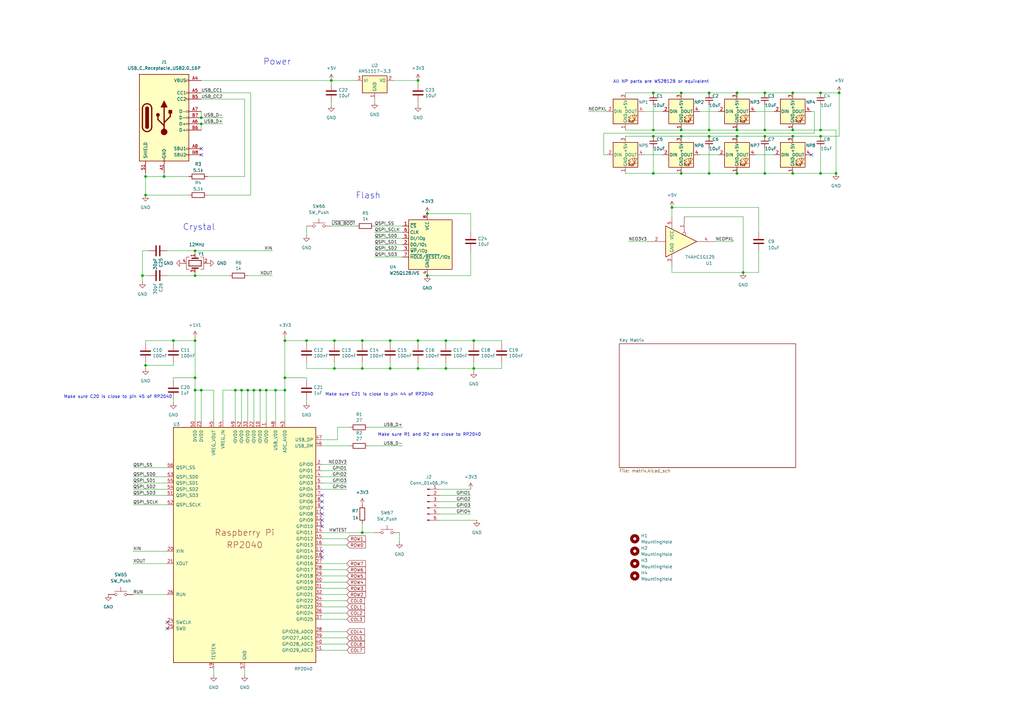
<source format=kicad_sch>
(kicad_sch (version 20250114) (generator "eeschema") (generator_version "9.0")
  (paper "A3")
  (title_block (title "KnH0F MacroPaw Beatboxer") (date "2025-04-20") (rev "v0.1.0") (company "© 2025 kodachi 6•14, llc // SPDX-License-Identifier: CERN-OHL-S-2.0") (comment 1 "Open Source Hardware, CERN OHL 2.0: https://ohwr.org/cern_ohl_s_v2.txt") (comment 2 "and TJ Horner's RP2040 business card https://github.com/tjhorner/bizcard") (comment 3 "https://datasheets.raspberrypi.com/rp2040/hardware-design-with-rp2040.pdf") (comment 4 "With grateful thanks to \"Hardware Design with RP2040\""))
  (text "Crystal" (at 74.93 94.742 0) (effects (font (size 2.54 2.54)) (justify left bottom)))
  (text "Make sure R1 and R2 are close to RP2040" (at 154.94 179.07 0) (effects (font (size 1.27 1.27)) (justify left bottom)))
  (text "Make sure C21 is close to pin 44 of RP2040" (at 133.35 162.56 0) (effects (font (size 1.27 1.27)) (justify left bottom)))
  (text "All NP parts are WS2812B or equivalent" (at 251.46 34.29 0) (effects (font (size 1.27 1.27)) (justify left bottom)))
  (text "Make sure C20 is close to pin 45 of RP2040" (at 26.162 163.576 0) (effects (font (size 1.27 1.27)) (justify left bottom)))
  (text "Flash" (at 145.796 81.788 0) (effects (font (size 2.54 2.54)) (justify left bottom)))
  (text "Power" (at 107.95 26.924 0) (effects (font (size 2.54 2.54)) (justify left bottom)))
  (junction (at 80.01 160.02))
  (junction (at 148.59 151.13))
  (junction (at 59.69 80.01))
  (junction (at 313.69 71.12))
  (junction (at 175.26 87.63))
  (junction (at 325.12 53.34))
  (junction (at 302.26 38.1))
  (junction (at 194.31 151.13))
  (junction (at 279.4 38.1))
  (junction (at 325.12 38.1))
  (junction (at 58.42 113.03))
  (junction (at 279.4 71.12))
  (junction (at 267.97 71.12))
  (junction (at 267.97 38.1))
  (junction (at 137.16 139.7))
  (junction (at 175.26 113.03))
  (junction (at 182.88 139.7))
  (junction (at 279.4 53.34))
  (junction (at 194.31 139.7))
  (junction (at 116.84 139.7))
  (junction (at 109.22 160.02))
  (junction (at 82.55 48.26))
  (junction (at 160.02 151.13))
  (junction (at 59.69 72.39))
  (junction (at 290.83 55.88))
  (junction (at 101.6 160.02))
  (junction (at 148.59 139.7))
  (junction (at 116.84 160.02))
  (junction (at 325.12 55.88))
  (junction (at 302.26 53.34))
  (junction (at 96.52 160.02))
  (junction (at 267.97 55.88))
  (junction (at 336.55 38.1))
  (junction (at 113.03 160.02))
  (junction (at 325.12 71.12))
  (junction (at 59.69 149.86))
  (junction (at 106.68 160.02))
  (junction (at 344.17 38.1))
  (junction (at 290.83 71.12))
  (junction (at 82.55 50.8))
  (junction (at 171.45 139.7))
  (junction (at 125.73 139.7))
  (junction (at 104.14 160.02))
  (junction (at 304.8 111.76))
  (junction (at 80.01 113.03))
  (junction (at 336.55 53.34))
  (junction (at 290.83 53.34))
  (junction (at 99.06 160.02))
  (junction (at 67.31 72.39))
  (junction (at 80.01 154.94))
  (junction (at 313.69 55.88))
  (junction (at 116.84 154.94))
  (junction (at 290.83 38.1))
  (junction (at 171.45 151.13))
  (junction (at 267.97 53.34))
  (junction (at 313.69 38.1))
  (junction (at 71.12 139.7))
  (junction (at 182.88 151.13))
  (junction (at 80.01 139.7))
  (junction (at 342.9 71.12))
  (junction (at 279.4 55.88))
  (junction (at 80.01 102.87))
  (junction (at 160.02 139.7))
  (junction (at 148.59 218.44))
  (junction (at 313.69 53.34))
  (junction (at 171.45 33.02))
  (junction (at 336.55 71.12))
  (junction (at 302.26 55.88))
  (junction (at 135.89 33.02))
  (junction (at 275.59 85.09))
  (junction (at 302.26 71.12))
  (junction (at 137.16 151.13))
  (junction (at 336.55 55.88))
  (junction (at 82.55 160.02))
  (no_connect (at 132.08 203.2))
  (no_connect (at 132.08 226.06))
  (no_connect (at 68.58 257.81))
  (no_connect (at 332.74 63.5))
  (no_connect (at 132.08 210.82))
  (no_connect (at 132.08 213.36))
  (no_connect (at 132.08 205.74))
  (no_connect (at 132.08 215.9))
  (no_connect (at 68.58 255.27))
  (no_connect (at 82.55 63.5))
  (no_connect (at 132.08 208.28))
  (no_connect (at 82.55 60.96))
  (no_connect (at 132.08 228.6))
  (wire (pts (xy 290.83 60.96) (xy 290.83 71.12)))
  (wire (pts (xy 334.01 45.72) (xy 334.01 54.61)))
  (wire (pts (xy 82.55 38.1) (xy 102.87 38.1)))
  (wire (pts (xy 68.58 207.01) (xy 54.61 207.01)))
  (wire (pts (xy 175.26 113.03) (xy 193.04 113.03)))
  (wire (pts (xy 116.84 139.7) (xy 125.73 139.7)))
  (wire (pts (xy 304.8 88.9) (xy 304.8 111.76)))
  (wire (pts (xy 309.88 63.5) (xy 317.5 63.5)))
  (wire (pts (xy 287.02 63.5) (xy 294.64 63.5)))
  (wire (pts (xy 182.88 148.59) (xy 182.88 151.13)))
  (wire (pts (xy 280.67 88.9) (xy 304.8 88.9)))
  (wire (pts (xy 82.55 50.8) (xy 82.55 53.34)))
  (wire (pts (xy 59.69 149.86) (xy 59.69 151.13)))
  (wire (pts (xy 171.45 151.13) (xy 160.02 151.13)))
  (wire (pts (xy 264.16 63.5) (xy 271.78 63.5)))
  (wire (pts (xy 125.73 163.83) (xy 125.73 165.1)))
  (wire (pts (xy 302.26 38.1) (xy 313.69 38.1)))
  (wire (pts (xy 342.9 53.34) (xy 342.9 71.12)))
  (wire (pts (xy 101.6 113.03) (xy 111.76 113.03)))
  (wire (pts (xy 336.55 38.1) (xy 344.17 38.1)))
  (wire (pts (xy 102.87 80.01) (xy 85.09 80.01)))
  (wire (pts (xy 58.42 102.87) (xy 58.42 113.03)))
  (wire (pts (xy 132.08 218.44) (xy 148.59 218.44)))
  (wire (pts (xy 102.87 38.1) (xy 102.87 80.01)))
  (wire (pts (xy 194.31 140.97) (xy 194.31 139.7)))
  (wire (pts (xy 132.08 223.52) (xy 142.24 223.52)))
  (wire (pts (xy 80.01 139.7) (xy 80.01 154.94)))
  (wire (pts (xy 160.02 151.13) (xy 148.59 151.13)))
  (wire (pts (xy 194.31 139.7) (xy 205.74 139.7)))
  (wire (pts (xy 100.33 72.39) (xy 85.09 72.39)))
  (wire (pts (xy 59.69 139.7) (xy 71.12 139.7)))
  (wire (pts (xy 302.26 71.12) (xy 313.69 71.12)))
  (wire (pts (xy 180.34 203.2) (xy 193.04 203.2)))
  (wire (pts (xy 80.01 113.03) (xy 93.98 113.03)))
  (wire (pts (xy 100.33 40.64) (xy 100.33 72.39)))
  (wire (pts (xy 153.67 105.41) (xy 165.1 105.41)))
  (wire (pts (xy 264.16 45.72) (xy 271.78 45.72)))
  (wire (pts (xy 132.08 180.34) (xy 138.43 180.34)))
  (wire (pts (xy 59.69 140.97) (xy 59.69 139.7)))
  (wire (pts (xy 163.83 218.44) (xy 163.83 222.25)))
  (wire (pts (xy 109.22 160.02) (xy 109.22 172.72)))
  (wire (pts (xy 104.14 172.72) (xy 104.14 160.02)))
  (wire (pts (xy 325.12 53.34) (xy 336.55 53.34)))
  (wire (pts (xy 194.31 148.59) (xy 194.31 151.13)))
  (wire (pts (xy 311.15 85.09) (xy 311.15 95.25)))
  (wire (pts (xy 80.01 138.43) (xy 80.01 139.7)))
  (wire (pts (xy 60.96 102.87) (xy 58.42 102.87)))
  (wire (pts (xy 125.73 92.71) (xy 125.73 96.52)))
  (wire (pts (xy 142.24 264.16) (xy 132.08 264.16)))
  (wire (pts (xy 54.61 200.66) (xy 68.58 200.66)))
  (wire (pts (xy 59.69 149.86) (xy 71.12 149.86)))
  (wire (pts (xy 290.83 38.1) (xy 302.26 38.1)))
  (wire (pts (xy 180.34 200.66) (xy 193.04 200.66)))
  (wire (pts (xy 160.02 139.7) (xy 171.45 139.7)))
  (wire (pts (xy 80.01 104.14) (xy 80.01 102.87)))
  (wire (pts (xy 142.24 243.84) (xy 132.08 243.84)))
  (wire (pts (xy 182.88 151.13) (xy 194.31 151.13)))
  (wire (pts (xy 279.4 55.88) (xy 290.83 55.88)))
  (wire (pts (xy 311.15 111.76) (xy 304.8 111.76)))
  (wire (pts (xy 142.24 248.92) (xy 132.08 248.92)))
  (wire (pts (xy 194.31 151.13) (xy 205.74 151.13)))
  (wire (pts (xy 267.97 71.12) (xy 279.4 71.12)))
  (wire (pts (xy 96.52 172.72) (xy 96.52 160.02)))
  (wire (pts (xy 148.59 151.13) (xy 137.16 151.13)))
  (wire (pts (xy 302.26 55.88) (xy 313.69 55.88)))
  (wire (pts (xy 142.24 233.68) (xy 132.08 233.68)))
  (wire (pts (xy 275.59 85.09) (xy 275.59 88.9)))
  (wire (pts (xy 106.68 160.02) (xy 109.22 160.02)))
  (wire (pts (xy 82.55 172.72) (xy 82.55 160.02)))
  (wire (pts (xy 146.05 33.02) (xy 135.89 33.02)))
  (wire (pts (xy 171.45 140.97) (xy 171.45 139.7)))
  (wire (pts (xy 256.54 55.88) (xy 267.97 55.88)))
  (wire (pts (xy 256.54 53.34) (xy 267.97 53.34)))
  (wire (pts (xy 137.16 151.13) (xy 125.73 151.13)))
  (wire (pts (xy 313.69 60.96) (xy 313.69 71.12)))
  (wire (pts (xy 267.97 60.96) (xy 267.97 71.12)))
  (wire (pts (xy 194.31 151.13) (xy 194.31 152.4)))
  (wire (pts (xy 142.24 238.76) (xy 132.08 238.76)))
  (wire (pts (xy 87.63 160.02) (xy 82.55 160.02)))
  (wire (pts (xy 311.15 102.87) (xy 311.15 111.76)))
  (wire (pts (xy 116.84 160.02) (xy 116.84 172.72)))
  (wire (pts (xy 153.67 97.79) (xy 165.1 97.79)))
  (wire (pts (xy 241.3 45.72) (xy 248.92 45.72)))
  (wire (pts (xy 153.67 40.64) (xy 153.67 41.91)))
  (wire (pts (xy 71.12 163.83) (xy 71.12 165.1)))
  (wire (pts (xy 59.69 72.39) (xy 59.69 80.01)))
  (wire (pts (xy 257.81 99.06) (xy 265.43 99.06)))
  (wire (pts (xy 132.08 182.88) (xy 143.51 182.88)))
  (wire (pts (xy 116.84 139.7) (xy 116.84 154.94)))
  (wire (pts (xy 142.24 231.14) (xy 132.08 231.14)))
  (wire (pts (xy 80.01 160.02) (xy 80.01 172.72)))
  (wire (pts (xy 148.59 214.63) (xy 148.59 218.44)))
  (wire (pts (xy 182.88 140.97) (xy 182.88 139.7)))
  (wire (pts (xy 336.55 43.18) (xy 336.55 53.34)))
  (wire (pts (xy 67.31 71.12) (xy 67.31 72.39)))
  (wire (pts (xy 113.03 160.02) (xy 116.84 160.02)))
  (wire (pts (xy 153.67 100.33) (xy 165.1 100.33)))
  (wire (pts (xy 82.55 40.64) (xy 100.33 40.64)))
  (wire (pts (xy 68.58 113.03) (xy 80.01 113.03)))
  (wire (pts (xy 68.58 231.14) (xy 54.61 231.14)))
  (wire (pts (xy 101.6 172.72) (xy 101.6 160.02)))
  (wire (pts (xy 142.24 254) (xy 132.08 254)))
  (wire (pts (xy 100.33 274.32) (xy 100.33 276.86)))
  (wire (pts (xy 180.34 210.82) (xy 193.04 210.82)))
  (wire (pts (xy 71.12 154.94) (xy 80.01 154.94)))
  (wire (pts (xy 59.69 80.01) (xy 77.47 80.01)))
  (wire (pts (xy 182.88 139.7) (xy 194.31 139.7)))
  (wire (pts (xy 275.59 109.22) (xy 275.59 111.76)))
  (wire (pts (xy 290.83 55.88) (xy 302.26 55.88)))
  (wire (pts (xy 135.89 34.29) (xy 135.89 33.02)))
  (wire (pts (xy 142.24 246.38) (xy 132.08 246.38)))
  (wire (pts (xy 160.02 140.97) (xy 160.02 139.7)))
  (wire (pts (xy 267.97 38.1) (xy 279.4 38.1)))
  (wire (pts (xy 82.55 33.02) (xy 135.89 33.02)))
  (wire (pts (xy 151.13 182.88) (xy 165.1 182.88)))
  (wire (pts (xy 334.01 54.61) (xy 247.65 54.61)))
  (wire (pts (xy 142.24 200.66) (xy 132.08 200.66)))
  (wire (pts (xy 142.24 195.58) (xy 132.08 195.58)))
  (wire (pts (xy 267.97 55.88) (xy 279.4 55.88)))
  (wire (pts (xy 91.44 160.02) (xy 96.52 160.02)))
  (wire (pts (xy 290.83 53.34) (xy 302.26 53.34)))
  (wire (pts (xy 247.65 54.61) (xy 247.65 63.5)))
  (wire (pts (xy 153.67 92.71) (xy 165.1 92.71)))
  (wire (pts (xy 153.67 95.25) (xy 165.1 95.25)))
  (wire (pts (xy 313.69 43.18) (xy 313.69 53.34)))
  (wire (pts (xy 59.69 148.59) (xy 59.69 149.86)))
  (wire (pts (xy 332.74 45.72) (xy 334.01 45.72)))
  (wire (pts (xy 125.73 148.59) (xy 125.73 151.13)))
  (wire (pts (xy 116.84 154.94) (xy 116.84 160.02)))
  (wire (pts (xy 113.03 172.72) (xy 113.03 160.02)))
  (wire (pts (xy 54.61 195.58) (xy 68.58 195.58)))
  (wire (pts (xy 142.24 266.7) (xy 132.08 266.7)))
  (wire (pts (xy 87.63 274.32) (xy 87.63 276.86)))
  (wire (pts (xy 71.12 156.21) (xy 71.12 154.94)))
  (wire (pts (xy 256.54 71.12) (xy 267.97 71.12)))
  (wire (pts (xy 138.43 175.26) (xy 138.43 180.34)))
  (wire (pts (xy 279.4 38.1) (xy 290.83 38.1)))
  (wire (pts (xy 82.55 45.72) (xy 82.55 48.26)))
  (wire (pts (xy 205.74 148.59) (xy 205.74 151.13)))
  (wire (pts (xy 87.63 172.72) (xy 87.63 160.02)))
  (wire (pts (xy 161.29 33.02) (xy 171.45 33.02)))
  (wire (pts (xy 54.61 198.12) (xy 68.58 198.12)))
  (wire (pts (xy 153.67 102.87) (xy 165.1 102.87)))
  (wire (pts (xy 125.73 156.21) (xy 125.73 154.94)))
  (wire (pts (xy 142.24 198.12) (xy 132.08 198.12)))
  (wire (pts (xy 138.43 175.26) (xy 143.51 175.26)))
  (wire (pts (xy 132.08 220.98) (xy 142.24 220.98)))
  (wire (pts (xy 336.55 71.12) (xy 342.9 71.12)))
  (wire (pts (xy 182.88 151.13) (xy 171.45 151.13)))
  (wire (pts (xy 160.02 148.59) (xy 160.02 151.13)))
  (wire (pts (xy 109.22 160.02) (xy 113.03 160.02)))
  (wire (pts (xy 125.73 140.97) (xy 125.73 139.7)))
  (wire (pts (xy 148.59 218.44) (xy 153.67 218.44)))
  (wire (pts (xy 137.16 140.97) (xy 137.16 139.7)))
  (wire (pts (xy 171.45 148.59) (xy 171.45 151.13)))
  (wire (pts (xy 135.89 92.71) (xy 146.05 92.71)))
  (wire (pts (xy 275.59 111.76) (xy 304.8 111.76)))
  (wire (pts (xy 148.59 148.59) (xy 148.59 151.13)))
  (wire (pts (xy 325.12 38.1) (xy 336.55 38.1)))
  (wire (pts (xy 313.69 71.12) (xy 325.12 71.12)))
  (wire (pts (xy 99.06 160.02) (xy 101.6 160.02)))
  (wire (pts (xy 290.83 71.12) (xy 302.26 71.12)))
  (wire (pts (xy 142.24 193.04) (xy 132.08 193.04)))
  (wire (pts (xy 96.52 160.02) (xy 99.06 160.02)))
  (wire (pts (xy 80.01 111.76) (xy 80.01 113.03)))
  (wire (pts (xy 344.17 38.1) (xy 344.17 55.88)))
  (wire (pts (xy 67.31 72.39) (xy 77.47 72.39)))
  (wire (pts (xy 313.69 55.88) (xy 325.12 55.88)))
  (wire (pts (xy 148.59 139.7) (xy 160.02 139.7)))
  (wire (pts (xy 137.16 139.7) (xy 148.59 139.7)))
  (wire (pts (xy 287.02 45.72) (xy 294.64 45.72)))
  (wire (pts (xy 135.89 41.91) (xy 135.89 43.18)))
  (wire (pts (xy 325.12 71.12) (xy 336.55 71.12)))
  (wire (pts (xy 180.34 205.74) (xy 193.04 205.74)))
  (wire (pts (xy 60.96 113.03) (xy 58.42 113.03)))
  (wire (pts (xy 171.45 34.29) (xy 171.45 33.02)))
  (wire (pts (xy 290.83 43.18) (xy 290.83 53.34)))
  (wire (pts (xy 275.59 85.09) (xy 311.15 85.09)))
  (wire (pts (xy 267.97 53.34) (xy 279.4 53.34)))
  (wire (pts (xy 267.97 43.18) (xy 267.97 53.34)))
  (wire (pts (xy 193.04 87.63) (xy 193.04 95.25)))
  (wire (pts (xy 279.4 71.12) (xy 290.83 71.12)))
  (wire (pts (xy 205.74 140.97) (xy 205.74 139.7)))
  (wire (pts (xy 293.37 99.06) (xy 300.99 99.06)))
  (wire (pts (xy 54.61 226.06) (xy 68.58 226.06)))
  (wire (pts (xy 336.55 53.34) (xy 342.9 53.34)))
  (wire (pts (xy 68.58 243.84) (xy 54.61 243.84)))
  (wire (pts (xy 58.42 113.03) (xy 58.42 115.57)))
  (wire (pts (xy 313.69 38.1) (xy 325.12 38.1)))
  (wire (pts (xy 180.34 208.28) (xy 193.04 208.28)))
  (wire (pts (xy 82.55 50.8) (xy 91.44 50.8)))
  (wire (pts (xy 82.55 160.02) (xy 80.01 160.02)))
  (wire (pts (xy 142.24 251.46) (xy 132.08 251.46)))
  (wire (pts (xy 193.04 87.63) (xy 175.26 87.63)))
  (wire (pts (xy 309.88 45.72) (xy 317.5 45.72)))
  (wire (pts (xy 101.6 160.02) (xy 104.14 160.02)))
  (wire (pts (xy 302.26 53.34) (xy 313.69 53.34)))
  (wire (pts (xy 148.59 140.97) (xy 148.59 139.7)))
  (wire (pts (xy 82.55 48.26) (xy 91.44 48.26)))
  (wire (pts (xy 91.44 172.72) (xy 91.44 160.02)))
  (wire (pts (xy 142.24 190.5) (xy 132.08 190.5)))
  (wire (pts (xy 151.13 175.26) (xy 165.1 175.26)))
  (wire (pts (xy 106.68 172.72) (xy 106.68 160.02)))
  (wire (pts (xy 171.45 139.7) (xy 182.88 139.7)))
  (wire (pts (xy 180.34 213.36) (xy 195.58 213.36)))
  (wire (pts (xy 68.58 102.87) (xy 80.01 102.87)))
  (wire (pts (xy 256.54 38.1) (xy 267.97 38.1)))
  (wire (pts (xy 125.73 139.7) (xy 137.16 139.7)))
  (wire (pts (xy 59.69 72.39) (xy 67.31 72.39)))
  (wire (pts (xy 68.58 191.77) (xy 54.61 191.77)))
  (wire (pts (xy 313.69 53.34) (xy 325.12 53.34)))
  (wire (pts (xy 80.01 102.87) (xy 111.76 102.87)))
  (wire (pts (xy 104.14 160.02) (xy 106.68 160.02)))
  (wire (pts (xy 132.08 259.08) (xy 142.24 259.08)))
  (wire (pts (xy 71.12 149.86) (xy 71.12 148.59)))
  (wire (pts (xy 71.12 140.97) (xy 71.12 139.7)))
  (wire (pts (xy 193.04 102.87) (xy 193.04 113.03)))
  (wire (pts (xy 171.45 41.91) (xy 171.45 43.18)))
  (wire (pts (xy 116.84 154.94) (xy 125.73 154.94)))
  (wire (pts (xy 99.06 172.72) (xy 99.06 160.02)))
  (wire (pts (xy 71.12 139.7) (xy 80.01 139.7)))
  (wire (pts (xy 137.16 148.59) (xy 137.16 151.13)))
  (wire (pts (xy 132.08 261.62) (xy 142.24 261.62)))
  (wire (pts (xy 279.4 53.34) (xy 290.83 53.34)))
  (wire (pts (xy 80.01 154.94) (xy 80.01 160.02)))
  (wire (pts (xy 325.12 55.88) (xy 336.55 55.88)))
  (wire (pts (xy 142.24 241.3) (xy 132.08 241.3)))
  (wire (pts (xy 247.65 63.5) (xy 248.92 63.5)))
  (wire (pts (xy 59.69 71.12) (xy 59.69 72.39)))
  (wire (pts (xy 116.84 138.43) (xy 116.84 139.7)))
  (wire (pts (xy 142.24 236.22) (xy 132.08 236.22)))
  (wire (pts (xy 54.61 203.2) (xy 68.58 203.2)))
  (wire (pts (xy 336.55 60.96) (xy 336.55 71.12)))
  (wire (pts (xy 336.55 55.88) (xy 344.17 55.88)))
  (label "XOUT" (at 111.76 113.03 180))
  (label "USB_D+" (at 165.1 175.26 180))
  (label "RUN" (at 54.61 243.84 0))
  (label "QSPI_SS" (at 54.61 191.77 0))
  (label "GPIO1" (at 142.24 193.04 180))
  (label "QSPI_SD2" (at 54.61 200.66 0))
  (label "XIN" (at 54.61 226.06 0))
  (label "USB_CC1" (at 82.55 38.1 0))
  (label "GPIO4" (at 142.24 200.66 180))
  (label "QSPI_SD2" (at 153.67 102.87 0))
  (label "GPIO4" (at 193.04 210.82 180))
  (label "QSPI_SD3" (at 54.61 203.2 0))
  (label "QSPI_SCLK" (at 153.67 95.25 0))
  (label "NEOPXL" (at 241.3 45.72 0))
  (label "QSPI_SS" (at 153.67 92.71 0))
  (label "USB_D-" (at 91.44 48.26 180))
  (label "NEOPXL" (at 300.99 99.06 180))
  (label "USB_D+" (at 91.44 50.8 180))
  (label "USB_CC2" (at 82.55 40.64 0))
  (label "GPIO2" (at 142.24 195.58 180))
  (label "QSPI_SD1" (at 54.61 198.12 0))
  (label "GPIO3" (at 193.04 208.28 180))
  (label "NEO3V3" (at 257.81 99.06 0))
  (label "QSPI_SD1" (at 153.67 100.33 0))
  (label "XOUT" (at 54.61 231.14 0))
  (label "QSPI_SD3" (at 153.67 105.41 0))
  (label "QSPI_SD0" (at 54.61 195.58 0))
  (label "QSPI_SCLK" (at 54.61 207.01 0))
  (label "GPIO2" (at 193.04 205.74 180))
  (label "USB_D-" (at 165.1 182.88 180))
  (label "~{USB_BOOT}" (at 135.89 92.71 0))
  (label "NEO3V3" (at 142.24 190.5 180))
  (label "GPIO1" (at 193.04 203.2 180))
  (label "GPIO3" (at 142.24 198.12 180))
  (label "QSPI_SD0" (at 153.67 97.79 0))
  (label "HWTEST" (at 142.24 218.44 180))
  (label "XIN" (at 111.76 102.87 180))
  (global_label "ROW5" (shape input) (at 142.24 236.22 0) (property "Intersheetrefs" "${INTERSHEET_REFS}" (at 150.4866 236.22 0) (effects (justify left))))
  (global_label "COL7" (shape input) (at 142.24 266.7 0) (property "Intersheetrefs" "${INTERSHEET_REFS}" (at 150.0633 266.7 0) (effects (justify left))))
  (global_label "COL3" (shape input) (at 142.24 254 0) (property "Intersheetrefs" "${INTERSHEET_REFS}" (at 150.0633 254 0) (effects (justify left))))
  (global_label "ROW0" (shape input) (at 142.24 223.52 0) (property "Intersheetrefs" "${INTERSHEET_REFS}" (at 150.4866 223.52 0) (effects (justify left))))
  (global_label "ROW1" (shape input) (at 142.24 220.98 0) (property "Intersheetrefs" "${INTERSHEET_REFS}" (at 150.4866 220.98 0) (effects (justify left))))
  (global_label "ROW6" (shape input) (at 142.24 233.68 0) (property "Intersheetrefs" "${INTERSHEET_REFS}" (at 150.4866 233.68 0) (effects (justify left))))
  (global_label "ROW7" (shape input) (at 142.24 231.14 0) (property "Intersheetrefs" "${INTERSHEET_REFS}" (at 150.4866 231.14 0) (effects (justify left))))
  (global_label "COL0" (shape input) (at 142.24 246.38 0) (property "Intersheetrefs" "${INTERSHEET_REFS}" (at 150.0633 246.38 0) (effects (justify left))))
  (global_label "COL6" (shape input) (at 142.24 264.16 0) (property "Intersheetrefs" "${INTERSHEET_REFS}" (at 150.0633 264.16 0) (effects (justify left))))
  (global_label "COL4" (shape input) (at 142.24 259.08 0) (property "Intersheetrefs" "${INTERSHEET_REFS}" (at 150.0633 259.08 0) (effects (justify left))))
  (global_label "ROW3" (shape input) (at 142.24 241.3 0) (property "Intersheetrefs" "${INTERSHEET_REFS}" (at 150.4866 241.3 0) (effects (justify left))))
  (global_label "ROW4" (shape input) (at 142.24 238.76 0) (property "Intersheetrefs" "${INTERSHEET_REFS}" (at 150.4866 238.76 0) (effects (justify left))))
  (global_label "ROW2" (shape input) (at 142.24 243.84 0) (property "Intersheetrefs" "${INTERSHEET_REFS}" (at 150.4866 243.84 0) (effects (justify left))))
  (global_label "COL1" (shape input) (at 142.24 248.92 0) (property "Intersheetrefs" "${INTERSHEET_REFS}" (at 150.0633 248.92 0) (effects (justify left))))
  (global_label "COL5" (shape input) (at 142.24 261.62 0) (property "Intersheetrefs" "${INTERSHEET_REFS}" (at 150.0633 261.62 0) (effects (justify left))))
  (global_label "COL2" (shape input) (at 142.24 251.46 0) (property "Intersheetrefs" "${INTERSHEET_REFS}" (at 150.0633 251.46 0) (effects (justify left))))
  (symbol (lib_id "power:+1V1") (at 80.01 138.43 0) (unit 1)
    (property "Reference" "#PWR04" (effects (hide yes)))
    (property "Value" "+1V1" (at 80.01 133.35 0))
    (property "Description" "Power symbol creates a global label with name \"+1V1\"" (effects (hide yes)))
  )
  (symbol (lib_id "Mechanical:MountingHole") (at 260.35 226.06 0) (unit 1) (in_bom no)
    (property "Reference" "H2" (at 262.89 224.7899 0) (effects (justify left)))
    (property "Value" "MountingHole" (at 262.89 227.3299 0) (effects (justify left)))
    (property "Footprint" "MountingHole:MountingHole_2.2mm_M2" (effects (hide yes)))
    (property "Description" "Mounting Hole without connection" (effects (hide yes)))
  )
  (symbol (lib_id "Device:C") (at 125.73 144.78 0) (unit 1)
    (property "Reference" "C12" (at 128.651 143.6116 0) (effects (justify left)))
    (property "Value" "100nF" (at 128.651 145.923 0) (effects (justify left)))
    (property "Footprint" "Capacitor_SMD:C_0402_1005Metric" (effects (hide yes)))
    (property "LCSC" "C1525" (effects (hide yes)))
  )
  (symbol (lib_id "MCU_RaspberryPi_and_Boards:RP2040") (at 100.33 223.52 0) (unit 1)
    (property "Reference" "U3" (at 72.39 173.99 0))
    (property "Value" "RP2040" (at 124.46 274.32 0))
    (property "Footprint" "MCU_RaspberryPi_and_Boards:RP2040-QFN-56" (effects (hide yes)))
    (property "LCSC" "C2040" (effects (hide yes)))
  )
  (symbol (lib_name "+3V3_1") (lib_id "power:+3V3") (at 193.04 200.66 0) (unit 1)
    (property "Reference" "#PWR016" (effects (hide yes)))
    (property "Value" "+3V3" (at 193.04 195.58 0))
    (property "Description" "Power symbol creates a global label with name \"+3V3\"" (effects (hide yes)))
  )
  (symbol (lib_id "Device:C") (at 171.45 38.1 0) (unit 1)
    (property "Reference" "C23" (at 174.371 36.9316 0) (effects (justify left)))
    (property "Value" "10uF" (at 174.371 39.243 0) (effects (justify left)))
    (property "Footprint" "Capacitor_SMD:C_0402_1005Metric" (effects (hide yes)))
    (property "LCSC" "C15525" (effects (hide yes)))
    (property "DigiKey" "https://www.digikey.com/en/products/detail/murata-electronics/GRM21BR61C106KE15L/965900" (effects (hide yes)))
    (property "Checked" "Y" (effects (hide yes)))
  )
  (symbol (lib_id "Device:C") (at 171.45 144.78 0) (unit 1)
    (property "Reference" "C16" (at 174.371 143.6116 0) (effects (justify left)))
    (property "Value" "100nF" (at 174.371 145.923 0) (effects (justify left)))
    (property "Footprint" "Capacitor_SMD:C_0402_1005Metric" (effects (hide yes)))
    (property "LCSC" "C1525" (effects (hide yes)))
  )
  (symbol (lib_id "Mechanical:MountingHole") (at 260.35 231.14 0) (unit 1) (in_bom no)
    (property "Reference" "H3" (at 262.89 229.8699 0) (effects (justify left)))
    (property "Value" "MountingHole" (at 262.89 232.4099 0) (effects (justify left)))
    (property "Footprint" "MountingHole:MountingHole_2.2mm_M2" (effects (hide yes)))
    (property "Description" "Mounting Hole without connection" (effects (hide yes)))
  )
  (symbol (lib_id "Switch:SW_Push") (at 130.81 92.71 0) (unit 1)
    (property "Reference" "SW66" (at 130.81 84.582 0))
    (property "Value" "SW_Push" (at 130.81 87.122 0))
    (property "Footprint" "Button_Switch_SMD:SW_SPST_TL3342" (effects (hide yes)))
    (property "LCSC" "C318884" (effects (hide yes)))
  )
  (symbol (lib_id "Device:C") (at 137.16 144.78 0) (unit 1)
    (property "Reference" "C13" (at 140.081 143.6116 0) (effects (justify left)))
    (property "Value" "100nF" (at 140.081 145.923 0) (effects (justify left)))
    (property "Footprint" "Capacitor_SMD:C_0402_1005Metric" (effects (hide yes)))
    (property "LCSC" "C1525" (effects (hide yes)))
  )
  (symbol (lib_id "Device:C") (at 71.12 160.02 0) (unit 1)
    (property "Reference" "C20" (at 74.041 158.8516 0) (effects (justify left)))
    (property "Value" "1uF" (at 74.041 161.163 0) (effects (justify left)))
    (property "Footprint" "Capacitor_SMD:C_0402_1005Metric" (effects (hide yes)))
    (property "LCSC" "C52923" (effects (hide yes)))
  )
  (symbol (lib_name "+3V3_2") (lib_id "power:+3V3") (at 116.84 138.43 0) (unit 1)
    (property "Reference" "#PWR017" (effects (hide yes)))
    (property "Value" "+3V3" (at 116.84 133.35 0))
    (property "Description" "Power symbol creates a global label with name \"+3V3\"" (effects (hide yes)))
  )
  (symbol (lib_id "Device:C_Small") (at 267.97 40.64 0) (unit 1)
    (property "Reference" "C1" (at 269.24 39.37 0) (effects (justify left)))
    (property "Value" "10uF" (at 267.97 43.18 0) (effects (justify left)))
    (property "Footprint" "Capacitor_SMD:C_0402_1005Metric" (effects (hide yes)))
    (property "LCSC" "C15525" (effects (hide yes)))
  )
  (symbol (lib_id "Connector:Conn_01x06_Pin") (at 175.26 205.74 0) (unit 1)
    (property "Reference" "J2" (at 175.895 195.58 0))
    (property "Value" "Conn_01x06_Pin" (at 175.895 198.12 0))
    (property "Footprint" "Connector_PinHeader_2.54mm:PinHeader_1x06_P2.54mm_Vertical" (effects (hide yes)))
    (property "Description" "Generic connector, single row, 01x06, script generated" (effects (hide yes)))
  )
  (symbol (lib_id "Device:C") (at 71.12 144.78 0) (unit 1)
    (property "Reference" "C11" (at 74.041 143.6116 0) (effects (justify left)))
    (property "Value" "100nF" (at 74.041 145.923 0) (effects (justify left)))
    (property "Footprint" "Capacitor_SMD:C_0402_1005Metric" (effects (hide yes)))
    (property "LCSC" "C1525" (effects (hide yes)))
  )
  (symbol (lib_name "GND_1") (lib_id "power:GND") (at 100.33 276.86 0) (unit 1)
    (property "Reference" "#PWR031" (effects (hide yes)))
    (property "Value" "GND" (at 100.33 281.94 0))
    (property "Description" "Power symbol creates a global label with name \"GND\" , ground" (effects (hide yes)))
  )
  (symbol (lib_name "GND_1") (lib_id "power:GND") (at 304.8 111.76 0) (unit 1)
    (property "Reference" "#PWR027" (effects (hide yes)))
    (property "Value" "GND" (at 304.8 116.84 0))
    (property "Description" "Power symbol creates a global label with name \"GND\" , ground" (effects (hide yes)))
  )
  (symbol (lib_id "Device:R") (at 147.32 175.26 270) (unit 1)
    (property "Reference" "R1" (at 147.32 170.0022 90))
    (property "Value" "27" (at 147.32 172.3136 90))
    (property "Footprint" "Capacitor_SMD:C_0402_1005Metric" (effects (hide yes)))
    (property "LCSC" "C25100" (effects (hide yes)))
  )
  (symbol (lib_name "+3V3_1") (lib_id "power:+3V3") (at 148.59 207.01 0) (unit 1)
    (property "Reference" "#PWR025" (effects (hide yes)))
    (property "Value" "+3V3" (at 148.59 201.93 0))
    (property "Description" "Power symbol creates a global label with name \"+3V3\"" (effects (hide yes)))
  )
  (symbol (lib_id "Device:C") (at 182.88 144.78 0) (unit 1)
    (property "Reference" "C17" (at 185.801 143.6116 0) (effects (justify left)))
    (property "Value" "100nF" (at 185.801 145.923 0) (effects (justify left)))
    (property "Footprint" "Capacitor_SMD:C_0402_1005Metric" (effects (hide yes)))
    (property "LCSC" "C1525" (effects (hide yes)))
  )
  (symbol (lib_id "Device:C") (at 311.15 99.06 0) (unit 1)
    (property "Reference" "C9" (at 314.96 99.06 0) (effects (justify left)))
    (property "Value" "10uF" (at 314.96 101.6 0) (effects (justify left)))
    (property "Footprint" "Capacitor_SMD:C_0402_1005Metric" (effects (hide yes)))
    (property "LCSC" "C15525" (effects (hide yes)))
  )
  (symbol (lib_name "GND_1") (lib_id "power:GND") (at 175.26 113.03 0) (unit 1)
    (property "Reference" "#PWR014" (effects (hide yes)))
    (property "Value" "GND" (at 175.26 118.11 0))
    (property "Description" "Power symbol creates a global label with name \"GND\" , ground" (effects (hide yes)))
  )
  (symbol (lib_id "Kodachi:XL-3528RGBW-WS2812B_(C2890364)") (at 279.4 45.72 0) (unit 1)
    (property "Reference" "NP2" (at 286.766 41.91 0))
    (property "Value" "WS2812B" (effects (hide yes)))
    (property "Footprint" "LED_SMD:LED_WS2812B_PLCC4_5.0x5.0mm_P3.2mm" (effects (hide yes)))
    (property "Datasheet" "https://datasheet.lcsc.com/lcsc/2108271830_XINGLIGHT-XL-3528RGBW-WS2812B_C2890364.pdf" (effects (hide yes)))
    (property "LCSC" "C2890364" (effects (hide yes)))
  )
  (symbol (lib_name "+3V3_2") (lib_id "power:+3V3") (at 175.26 87.63 0) (unit 1)
    (property "Reference" "#PWR019" (effects (hide yes)))
    (property "Value" "+3V3" (at 175.26 82.55 0))
    (property "Description" "Power symbol creates a global label with name \"+3V3\"" (effects (hide yes)))
  )
  (symbol (lib_id "Device:C") (at 194.31 144.78 0) (unit 1)
    (property "Reference" "C18" (at 197.231 143.6116 0) (effects (justify left)))
    (property "Value" "100nF" (at 197.231 145.923 0) (effects (justify left)))
    (property "Footprint" "Capacitor_SMD:C_0402_1005Metric" (effects (hide yes)))
    (property "LCSC" "C1525" (effects (hide yes)))
  )
  (symbol (lib_name "GND_1") (lib_id "power:GND") (at 194.31 152.4 0) (unit 1)
    (property "Reference" "#PWR08" (effects (hide yes)))
    (property "Value" "GND" (at 194.31 157.48 0))
    (property "Description" "Power symbol creates a global label with name \"GND\" , ground" (effects (hide yes)))
  )
  (symbol (lib_id "Device:C") (at 205.74 144.78 0) (unit 1)
    (property "Reference" "C19" (at 208.661 143.6116 0) (effects (justify left)))
    (property "Value" "100nF" (at 208.661 145.923 0) (effects (justify left)))
    (property "Footprint" "Capacitor_SMD:C_0402_1005Metric" (effects (hide yes)))
    (property "LCSC" "C1525" (effects (hide yes)))
  )
  (symbol (lib_id "Device:C") (at 59.69 144.78 0) (unit 1)
    (property "Reference" "C10" (at 62.611 143.6116 0) (effects (justify left)))
    (property "Value" "100nF" (at 62.611 145.923 0) (effects (justify left)))
    (property "Footprint" "Capacitor_SMD:C_0402_1005Metric" (effects (hide yes)))
    (property "LCSC" "C1525" (effects (hide yes)))
  )
  (symbol (lib_id "Device:R") (at 148.59 210.82 0) (unit 1)
    (property "Reference" "R7" (at 145.6944 209.55 0))
    (property "Value" "1k" (at 145.796 212.344 0))
    (property "Footprint" "Capacitor_SMD:C_0402_1005Metric" (effects (hide yes)))
    (property "LCSC" "C11702" (effects (hide yes)))
  )
  (symbol (lib_id "Device:C_Small") (at 336.55 40.64 0) (unit 1)
    (property "Reference" "C4" (at 337.82 39.37 0) (effects (justify left)))
    (property "Value" "10uF" (at 336.55 43.18 0) (effects (justify left)))
    (property "Footprint" "Capacitor_SMD:C_0402_1005Metric" (effects (hide yes)))
    (property "LCSC" "C15525" (effects (hide yes)))
  )
  (symbol (lib_id "74xGxx:74AHC1G125") (at 280.67 99.06 0) (unit 1)
    (property "Reference" "U1" (at 290.83 107.95 0))
    (property "Value" "74AHC1G125" (at 287.02 105.41 0))
    (property "Footprint" "Package_TO_SOT_SMD:SOT-353_SC-70-5" (effects (hide yes)))
    (property "Datasheet" "http://www.ti.com/lit/sg/scyt129e/scyt129e.pdf" (effects (hide yes)))
    (property "LCSC" "C151417" (effects (hide yes)))
  )
  (symbol (lib_id "Kodachi:XL-3528RGBW-WS2812B_(C2890364)") (at 325.12 45.72 0) (unit 1)
    (property "Reference" "NP4" (at 332.486 41.91 0))
    (property "Value" "WS2812B" (effects (hide yes)))
    (property "Footprint" "LED_SMD:LED_WS2812B_PLCC4_5.0x5.0mm_P3.2mm" (effects (hide yes)))
    (property "Datasheet" "https://datasheet.lcsc.com/lcsc/2108271830_XINGLIGHT-XL-3528RGBW-WS2812B_C2890364.pdf" (effects (hide yes)))
    (property "LCSC" "C2890364" (effects (hide yes)))
  )
  (symbol (lib_id "Device:R") (at 147.32 182.88 270) (unit 1)
    (property "Reference" "R2" (at 147.32 177.6222 90))
    (property "Value" "27" (at 147.32 179.9336 90))
    (property "Footprint" "Capacitor_SMD:C_0402_1005Metric" (effects (hide yes)))
    (property "LCSC" "C25100" (effects (hide yes)))
  )
  (symbol (lib_id "Device:C_Small") (at 290.83 58.42 0) (unit 1)
    (property "Reference" "C6" (at 292.1 57.15 0) (effects (justify left)))
    (property "Value" "10uF" (at 290.83 60.96 0) (effects (justify left)))
    (property "Footprint" "Capacitor_SMD:C_0402_1005Metric" (effects (hide yes)))
    (property "LCSC" "C15525" (effects (hide yes)))
  )
  (symbol (lib_id "Device:R") (at 81.28 72.39 90) (unit 1)
    (property "Reference" "R3" (at 81.28 67.31 90))
    (property "Value" "5.1k" (at 81.28 69.85 90))
    (property "Footprint" "Resistor_SMD:R_0402_1005Metric" (effects (hide yes)))
    (property "LCSC" "C25905" (effects (hide yes)))
    (property "Checked" "Y" (effects (hide yes)))
  )
  (symbol (lib_id "Switch:SW_Push") (at 49.53 243.84 0) (unit 1)
    (property "Reference" "SW65" (at 49.53 235.712 0))
    (property "Value" "SW_Push" (at 49.53 238.252 0))
    (property "Footprint" "Button_Switch_SMD:SW_SPST_TL3342" (effects (hide yes)))
    (property "LCSC" "C318884" (effects (hide yes)))
  )
  (symbol (lib_id "Regulator_Linear:NCP1117-3.3_SOT223") (at 153.67 33.02 0) (unit 1)
    (property "Reference" "U2" (at 153.67 26.8732 0))
    (property "Value" "AMS1117-3.3" (at 153.67 29.1846 0))
    (property "Footprint" "Package_TO_SOT_SMD:SOT-223-3_TabPin2" (effects (hide yes)))
    (property "Datasheet" "http://www.onsemi.com/pub_link/Collateral/NCP1117-D.PDF" (effects (hide yes)))
    (property "LCSC" "C6186" (effects (hide yes)))
    (property "Checked" "Y" (effects (hide yes)))
  )
  (symbol (lib_name "GND_1") (lib_id "power:GND") (at 153.67 41.91 0) (unit 1)
    (property "Reference" "#PWR012" (effects (hide yes)))
    (property "Value" "GND" (at 153.67 46.99 0))
    (property "Description" "Power symbol creates a global label with name \"GND\" , ground" (effects (hide yes)))
  )
  (symbol (lib_id "Device:C_Small") (at 313.69 40.64 0) (unit 1)
    (property "Reference" "C3" (at 314.96 39.37 0) (effects (justify left)))
    (property "Value" "10uF" (at 313.69 43.18 0) (effects (justify left)))
    (property "Footprint" "Capacitor_SMD:C_0402_1005Metric" (effects (hide yes)))
    (property "LCSC" "C15525" (effects (hide yes)))
  )
  (symbol (lib_id "Kodachi:XL-3528RGBW-WS2812B_(C2890364)") (at 325.12 63.5 0) (unit 1)
    (property "Reference" "NP8" (at 332.486 59.69 0))
    (property "Value" "WS2812B" (effects (hide yes)))
    (property "Footprint" "LED_SMD:LED_WS2812B_PLCC4_5.0x5.0mm_P3.2mm" (effects (hide yes)))
    (property "Datasheet" "https://datasheet.lcsc.com/lcsc/2108271830_XINGLIGHT-XL-3528RGBW-WS2812B_C2890364.pdf" (effects (hide yes)))
    (property "LCSC" "C2890364" (effects (hide yes)))
  )
  (symbol (lib_id "Connector:USB_C_Receptacle_USB2.0_16P") (at 67.31 48.26 0) (unit 1)
    (property "Reference" "J1" (at 67.31 25.4 0))
    (property "Value" "USB_C_Receptacle_USB2.0_16P" (at 67.31 27.94 0))
    (property "Footprint" "Connector_USB:USB_C_Receptacle_Palconn_UTC16-G" (effects (hide yes)))
    (property "Datasheet" "https://www.usb.org/sites/default/files/documents/usb_type-c.zip" (effects (hide yes)))
    (property "Description" "USB 2.0-only 16P Type-C Receptacle connector" (effects (hide yes)))
  )
  (symbol (lib_id "Kodachi:XL-3528RGBW-WS2812B_(C2890364)") (at 256.54 45.72 0) (unit 1)
    (property "Reference" "NP1" (at 263.906 41.91 0))
    (property "Value" "WS2812B" (effects (hide yes)))
    (property "Footprint" "LED_SMD:LED_WS2812B_PLCC4_5.0x5.0mm_P3.2mm" (effects (hide yes)))
    (property "Datasheet" "https://datasheet.lcsc.com/lcsc/2108271830_XINGLIGHT-XL-3528RGBW-WS2812B_C2890364.pdf" (effects (hide yes)))
    (property "LCSC" "C2890364" (effects (hide yes)))
  )
  (symbol (lib_id "Device:C_Small") (at 290.83 40.64 0) (unit 1)
    (property "Reference" "C2" (at 292.1 39.37 0) (effects (justify left)))
    (property "Value" "10uF" (at 290.83 43.18 0) (effects (justify left)))
    (property "Footprint" "Capacitor_SMD:C_0402_1005Metric" (effects (hide yes)))
    (property "LCSC" "C15525" (effects (hide yes)))
  )
  (symbol (lib_id "Device:Crystal_GND24") (at 80.01 107.95 270) (unit 1)
    (property "Reference" "Y1" (at 81.28 104.14 90) (effects (justify left)))
    (property "Value" "12MHz" (at 77.47 100.33 90) (effects (justify left)))
    (property "Footprint" "Crystal:Crystal_SMD_3225-4Pin_3.2x2.5mm" (effects (hide yes)))
    (property "LCSC" "C9002" (effects (hide yes)))
    (property "Checked" "Y" (effects (hide yes)))
  )
  (symbol (lib_name "GND_1") (lib_id "power:GND") (at 87.63 276.86 0) (unit 1)
    (property "Reference" "#PWR032" (effects (hide yes)))
    (property "Value" "GND" (at 87.63 281.94 0))
    (property "Description" "Power symbol creates a global label with name \"GND\" , ground" (effects (hide yes)))
  )
  (symbol (lib_name "GND_1") (lib_id "power:GND") (at 195.58 213.36 0) (unit 1)
    (property "Reference" "#PWR026" (effects (hide yes)))
    (property "Value" "GND" (at 195.58 218.44 0))
    (property "Description" "Power symbol creates a global label with name \"GND\" , ground" (effects (hide yes)))
  )
  (symbol (lib_name "GND_1") (lib_id "power:GND") (at 74.93 107.95 270) (unit 1)
    (property "Reference" "#PWR022" (effects (hide yes)))
    (property "Value" "GND" (at 71.12 107.9499 90) (effects (justify right)))
    (property "Description" "Power symbol creates a global label with name \"GND\" , ground" (effects (hide yes)))
  )
  (symbol (lib_name "GND_1") (lib_id "power:GND") (at 135.89 43.18 0) (unit 1)
    (property "Reference" "#PWR06" (effects (hide yes)))
    (property "Value" "GND" (at 135.89 48.26 0))
    (property "Description" "Power symbol creates a global label with name \"GND\" , ground" (effects (hide yes)))
  )
  (symbol (lib_id "Device:C") (at 148.59 144.78 0) (unit 1)
    (property "Reference" "C14" (at 151.511 143.6116 0) (effects (justify left)))
    (property "Value" "100nF" (at 151.511 145.923 0) (effects (justify left)))
    (property "Footprint" "Capacitor_SMD:C_0402_1005Metric" (effects (hide yes)))
    (property "LCSC" "C1525" (effects (hide yes)))
  )
  (symbol (lib_id "Device:C") (at 193.04 99.06 0) (unit 1)
    (property "Reference" "C24" (at 195.961 97.8916 0) (effects (justify left)))
    (property "Value" "10uF" (at 195.961 100.203 0) (effects (justify left)))
    (property "Footprint" "Capacitor_SMD:C_0402_1005Metric" (effects (hide yes)))
    (property "LCSC" "C15525" (effects (hide yes)))
  )
  (symbol (lib_name "+5V_1") (lib_id "power:+5V") (at 344.17 38.1 0) (unit 1)
    (property "Reference" "#PWR03" (effects (hide yes)))
    (property "Value" "+5V" (at 344.17 33.02 0))
    (property "Description" "Power symbol creates a global label with name \"+5V\"" (effects (hide yes)))
  )
  (symbol (lib_name "GND_1") (lib_id "power:GND") (at 125.73 96.52 0) (unit 1)
    (property "Reference" "#PWR021" (effects (hide yes)))
    (property "Value" "GND" (at 125.73 101.6 0))
    (property "Description" "Power symbol creates a global label with name \"GND\" , ground" (effects (hide yes)))
  )
  (symbol (lib_id "Device:C") (at 135.89 38.1 0) (unit 1)
    (property "Reference" "C22" (at 138.811 36.9316 0) (effects (justify left)))
    (property "Value" "10uF" (at 138.811 39.243 0) (effects (justify left)))
    (property "Footprint" "Capacitor_SMD:C_0402_1005Metric" (effects (hide yes)))
    (property "LCSC" "C15525" (effects (hide yes)))
    (property "DigiKey" "https://www.digikey.com/en/products/detail/murata-electronics/GRM21BR61C106KE15L/965900" (effects (hide yes)))
    (property "Checked" "Y" (effects (hide yes)))
  )
  (symbol (lib_name "GND_1") (lib_id "power:GND") (at 44.45 243.84 0) (unit 1)
    (property "Reference" "#PWR020" (effects (hide yes)))
    (property "Value" "GND" (at 44.45 248.92 0))
    (property "Description" "Power symbol creates a global label with name \"GND\" , ground" (effects (hide yes)))
  )
  (symbol (lib_id "Device:R") (at 81.28 80.01 90) (unit 1)
    (property "Reference" "R4" (at 81.28 74.93 90))
    (property "Value" "5.1k" (at 81.28 77.47 90))
    (property "Footprint" "Resistor_SMD:R_0402_1005Metric" (effects (hide yes)))
    (property "LCSC" "C25905" (effects (hide yes)))
    (property "Checked" "Y" (effects (hide yes)))
  )
  (symbol (lib_id "Device:R") (at 149.86 92.71 270) (unit 1)
    (property "Reference" "R5" (at 149.86 87.4522 90))
    (property "Value" "1k" (at 149.86 89.7636 90))
    (property "Footprint" "Capacitor_SMD:C_0402_1005Metric" (effects (hide yes)))
    (property "LCSC" "C11702" (effects (hide yes)))
  )
  (symbol (lib_name "GND_1") (lib_id "power:GND") (at 85.09 107.95 90) (unit 1)
    (property "Reference" "#PWR023" (effects (hide yes)))
    (property "Value" "GND" (at 88.9 107.9499 90) (effects (justify right)))
    (property "Description" "Power symbol creates a global label with name \"GND\" , ground" (effects (hide yes)))
  )
  (symbol (lib_name "+5V_1") (lib_id "power:+5V") (at 275.59 85.09 0) (unit 1)
    (property "Reference" "#PWR02" (effects (hide yes)))
    (property "Value" "+5V" (at 275.59 80.01 0))
    (property "Description" "Power symbol creates a global label with name \"+5V\"" (effects (hide yes)))
  )
  (symbol (lib_id "Device:C_Small") (at 336.55 58.42 0) (unit 1)
    (property "Reference" "C8" (at 337.82 57.15 0) (effects (justify left)))
    (property "Value" "10uF" (at 336.55 60.96 0) (effects (justify left)))
    (property "Footprint" "Capacitor_SMD:C_0402_1005Metric" (effects (hide yes)))
    (property "LCSC" "C15525" (effects (hide yes)))
  )
  (symbol (lib_id "Kodachi:XL-3528RGBW-WS2812B_(C2890364)") (at 302.26 63.5 0) (unit 1)
    (property "Reference" "NP7" (at 309.626 59.69 0))
    (property "Value" "WS2812B" (effects (hide yes)))
    (property "Footprint" "LED_SMD:LED_WS2812B_PLCC4_5.0x5.0mm_P3.2mm" (effects (hide yes)))
    (property "Datasheet" "https://datasheet.lcsc.com/lcsc/2108271830_XINGLIGHT-XL-3528RGBW-WS2812B_C2890364.pdf" (effects (hide yes)))
    (property "LCSC" "C2890364" (effects (hide yes)))
  )
  (symbol (lib_id "Device:C") (at 160.02 144.78 0) (unit 1)
    (property "Reference" "C15" (at 162.941 143.6116 0) (effects (justify left)))
    (property "Value" "100nF" (at 162.941 145.923 0) (effects (justify left)))
    (property "Footprint" "Capacitor_SMD:C_0402_1005Metric" (effects (hide yes)))
    (property "LCSC" "C1525" (effects (hide yes)))
  )
  (symbol (lib_name "GND_1") (lib_id "power:GND") (at 125.73 165.1 0) (unit 1)
    (property "Reference" "#PWR010" (effects (hide yes)))
    (property "Value" "GND" (at 125.73 170.18 0))
    (property "Description" "Power symbol creates a global label with name \"GND\" , ground" (effects (hide yes)))
  )
  (symbol (lib_name "GND_1") (lib_id "power:GND") (at 342.9 71.12 0) (unit 1)
    (property "Reference" "#PWR029" (effects (hide yes)))
    (property "Value" "GND" (at 342.9 76.2 0))
    (property "Description" "Power symbol creates a global label with name \"GND\" , ground" (effects (hide yes)))
  )
  (symbol (lib_name "GND_1") (lib_id "power:GND") (at 163.83 222.25 0) (unit 1)
    (property "Reference" "#PWR024" (effects (hide yes)))
    (property "Value" "GND" (at 163.83 227.33 0))
    (property "Description" "Power symbol creates a global label with name \"GND\" , ground" (effects (hide yes)))
  )
  (symbol (lib_id "Kodachi:XL-3528RGBW-WS2812B_(C2890364)") (at 279.4 63.5 0) (unit 1)
    (property "Reference" "NP6" (at 286.766 59.69 0))
    (property "Value" "WS2812B" (effects (hide yes)))
    (property "Footprint" "LED_SMD:LED_WS2812B_PLCC4_5.0x5.0mm_P3.2mm" (effects (hide yes)))
    (property "Datasheet" "https://datasheet.lcsc.com/lcsc/2108271830_XINGLIGHT-XL-3528RGBW-WS2812B_C2890364.pdf" (effects (hide yes)))
    (property "LCSC" "C2890364" (effects (hide yes)))
  )
  (symbol (lib_name "GND_1") (lib_id "power:GND") (at 71.12 165.1 0) (unit 1)
    (property "Reference" "#PWR09" (effects (hide yes)))
    (property "Value" "GND" (at 71.12 170.18 0))
    (property "Description" "Power symbol creates a global label with name \"GND\" , ground" (effects (hide yes)))
  )
  (symbol (lib_name "W25Q128JVS_1") (lib_id "Memory_Flash:W25Q128JVS") (at 175.26 100.33 0) (unit 1)
    (property "Reference" "U4" (at 159.766 109.474 0) (effects (justify left)))
    (property "Value" "W25Q128JVS" (at 159.766 112.014 0) (effects (justify left)))
    (property "Footprint" "Package_SO:SOIC-8_5.3x5.3mm_P1.27mm" (effects (hide yes)))
    (property "Datasheet" "https://www.winbond.com/resource-files/w25q128jv_dtr%20revc%2003272018%20plus.pdf" (effects (hide yes)))
    (property "Description" "128Mbit / 16MiB Serial Flash Memory, Standard/Dual/Quad SPI, 2.7-3.6V, SOIC-8" (effects (hide yes)))
  )
  (symbol (lib_id "Device:C_Small") (at 267.97 58.42 0) (unit 1)
    (property "Reference" "C5" (at 269.24 57.15 0) (effects (justify left)))
    (property "Value" "10uF" (at 267.97 60.96 0) (effects (justify left)))
    (property "Footprint" "Capacitor_SMD:C_0402_1005Metric" (effects (hide yes)))
    (property "LCSC" "C15525" (effects (hide yes)))
  )
  (symbol (lib_id "Switch:SW_Push") (at 158.75 218.44 0) (unit 1)
    (property "Reference" "SW67" (at 158.75 210.312 0))
    (property "Value" "SW_Push" (at 158.75 212.852 0))
    (property "Footprint" "Button_Switch_SMD:SW_SPST_TL3342" (effects (hide yes)))
    (property "LCSC" "C318884" (effects (hide yes)))
  )
  (symbol (lib_id "Device:C") (at 64.77 113.03 270) (unit 1)
    (property "Reference" "C26" (at 65.9384 115.951 0) (effects (justify left)))
    (property "Value" "30pF" (at 63.627 115.951 0) (effects (justify left)))
    (property "Footprint" "Capacitor_SMD:C_0402_1005Metric" (effects (hide yes)))
    (property "LCSC" "C1570" (effects (hide yes)))
    (property "DigiKey" "https://www.digikey.com/en/products/detail/yageo/CC0402JRNPO9BN270/302753" (effects (hide yes)))
    (property "Checked" "Y" (effects (hide yes)))
  )
  (symbol (lib_name "GND_1") (lib_id "power:GND") (at 59.69 151.13 0) (unit 1)
    (property "Reference" "#PWR07" (effects (hide yes)))
    (property "Value" "GND" (at 59.69 156.21 0))
    (property "Description" "Power symbol creates a global label with name \"GND\" , ground" (effects (hide yes)))
  )
  (symbol (lib_id "Mechanical:MountingHole") (at 260.35 236.22 0) (unit 1) (in_bom no)
    (property "Reference" "H4" (at 262.89 234.9499 0) (effects (justify left)))
    (property "Value" "MountingHole" (at 262.89 237.4899 0) (effects (justify left)))
    (property "Footprint" "MountingHole:MountingHole_2.2mm_M2" (effects (hide yes)))
    (property "Description" "Mounting Hole without connection" (effects (hide yes)))
  )
  (symbol (lib_id "Device:C") (at 64.77 102.87 270) (unit 1)
    (property "Reference" "C25" (at 65.9384 105.791 0) (effects (justify left)))
    (property "Value" "30pF" (at 63.627 105.791 0) (effects (justify left)))
    (property "Footprint" "Capacitor_SMD:C_0402_1005Metric" (effects (hide yes)))
    (property "LCSC" "C1570" (effects (hide yes)))
    (property "DigiKey" "https://www.digikey.com/en/products/detail/yageo/CC0402JRNPO9BN270/302753" (effects (hide yes)))
    (property "Checked" "Y" (effects (hide yes)))
  )
  (symbol (lib_id "Device:C") (at 125.73 160.02 0) (unit 1)
    (property "Reference" "C21" (at 128.651 158.8516 0) (effects (justify left)))
    (property "Value" "1uF" (at 128.651 161.163 0) (effects (justify left)))
    (property "Footprint" "Capacitor_SMD:C_0402_1005Metric" (effects (hide yes)))
    (property "LCSC" "C52923" (effects (hide yes)))
  )
  (symbol (lib_name "+5V_1") (lib_id "power:+5V") (at 135.89 33.02 0) (unit 1)
    (property "Reference" "#PWR01" (effects (hide yes)))
    (property "Value" "+5V" (at 135.89 27.94 0))
    (property "Description" "Power symbol creates a global label with name \"+5V\"" (effects (hide yes)))
  )
  (symbol (lib_name "GND_1") (lib_id "power:GND") (at 171.45 43.18 0) (unit 1)
    (property "Reference" "#PWR013" (effects (hide yes)))
    (property "Value" "GND" (at 171.45 48.26 0))
    (property "Description" "Power symbol creates a global label with name \"GND\" , ground" (effects (hide yes)))
  )
  (symbol (lib_id "Device:R") (at 97.79 113.03 270) (unit 1)
    (property "Reference" "R6" (at 97.79 107.7722 90))
    (property "Value" "1k" (at 97.79 110.0836 90))
    (property "Footprint" "Resistor_SMD:R_0402_1005Metric" (effects (hide yes)))
    (property "LCSC" "C11702" (effects (hide yes)))
    (property "DigiKey" "https://www.digikey.com/en/products/detail/stackpole-electronics-inc/RMCF0402FT1K00/1761754" (effects (hide yes)))
    (property "Checked" "Y" (effects (hide yes)))
  )
  (symbol (lib_id "Kodachi:XL-3528RGBW-WS2812B_(C2890364)") (at 302.26 45.72 0) (unit 1)
    (property "Reference" "NP3" (at 309.626 41.91 0))
    (property "Value" "WS2812B" (effects (hide yes)))
    (property "Footprint" "LED_SMD:LED_WS2812B_PLCC4_5.0x5.0mm_P3.2mm" (effects (hide yes)))
    (property "Datasheet" "https://datasheet.lcsc.com/lcsc/2108271830_XINGLIGHT-XL-3528RGBW-WS2812B_C2890364.pdf" (effects (hide yes)))
    (property "LCSC" "C2890364" (effects (hide yes)))
  )
  (symbol (lib_id "Kodachi:XL-3528RGBW-WS2812B_(C2890364)") (at 256.54 63.5 0) (unit 1)
    (property "Reference" "NP5" (at 263.906 59.69 0))
    (property "Value" "WS2812B" (effects (hide yes)))
    (property "Footprint" "LED_SMD:LED_WS2812B_PLCC4_5.0x5.0mm_P3.2mm" (effects (hide yes)))
    (property "Datasheet" "https://datasheet.lcsc.com/lcsc/2108271830_XINGLIGHT-XL-3528RGBW-WS2812B_C2890364.pdf" (effects (hide yes)))
    (property "LCSC" "C2890364" (effects (hide yes)))
  )
  (symbol (lib_name "GND_1") (lib_id "power:GND") (at 58.42 115.57 0) (unit 1)
    (property "Reference" "#PWR030" (effects (hide yes)))
    (property "Value" "GND" (at 58.42 120.65 0))
    (property "Description" "Power symbol creates a global label with name \"GND\" , ground" (effects (hide yes)))
  )
  (symbol (lib_id "Mechanical:MountingHole") (at 260.35 220.98 0) (unit 1) (in_bom no)
    (property "Reference" "H1" (at 262.89 219.7099 0) (effects (justify left)))
    (property "Value" "MountingHole" (at 262.89 222.2499 0) (effects (justify left)))
    (property "Footprint" "MountingHole:MountingHole_2.2mm_M2" (effects (hide yes)))
    (property "Description" "Mounting Hole without connection" (effects (hide yes)))
  )
  (symbol (lib_name "GND_1") (lib_id "power:GND") (at 59.69 80.01 0) (unit 1)
    (property "Reference" "#PWR018" (effects (hide yes)))
    (property "Value" "GND" (at 59.69 85.09 0))
    (property "Description" "Power symbol creates a global label with name \"GND\" , ground" (effects (hide yes)))
  )
  (symbol (lib_id "Device:C_Small") (at 313.69 58.42 0) (unit 1)
    (property "Reference" "C7" (at 314.96 57.15 0) (effects (justify left)))
    (property "Value" "10uF" (at 313.69 60.96 0) (effects (justify left)))
    (property "Footprint" "Capacitor_SMD:C_0402_1005Metric" (effects (hide yes)))
    (property "LCSC" "C15525" (effects (hide yes)))
  )
  (symbol (lib_name "+3V3_2") (lib_id "power:+3V3") (at 171.45 33.02 0) (unit 1)
    (property "Reference" "#PWR028" (effects (hide yes)))
    (property "Value" "+3V3" (at 171.45 27.94 0))
    (property "Description" "Power symbol creates a global label with name \"+3V3\"" (effects (hide yes)))
  )
  (sheet (at 254 140.97) (size 72.39 50.8) (stroke (width 0.1524))
    (property "Sheetname" "Key Matrix" (at 254 140.2584 0) (effects (justify left bottom)))
    (property "Sheetfile" "matrix.kicad_sch" (at 254 192.3546 0) (effects (justify left top)))
  )
)
</source>
